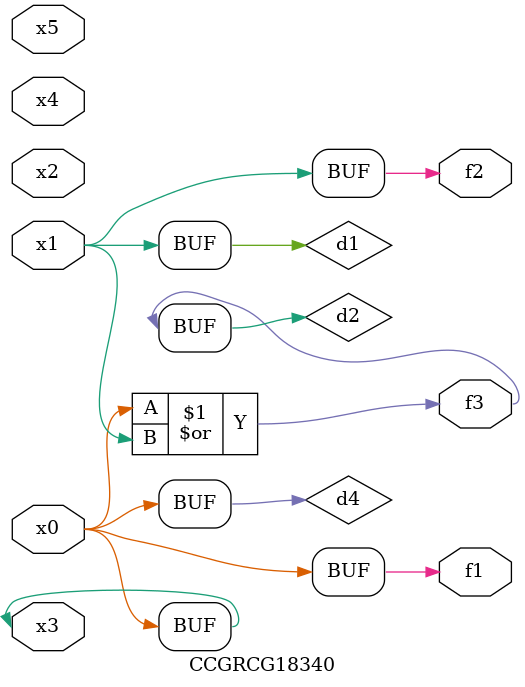
<source format=v>
module CCGRCG18340(
	input x0, x1, x2, x3, x4, x5,
	output f1, f2, f3
);

	wire d1, d2, d3, d4;

	and (d1, x1);
	or (d2, x0, x1);
	nand (d3, x0, x5);
	buf (d4, x0, x3);
	assign f1 = d4;
	assign f2 = d1;
	assign f3 = d2;
endmodule

</source>
